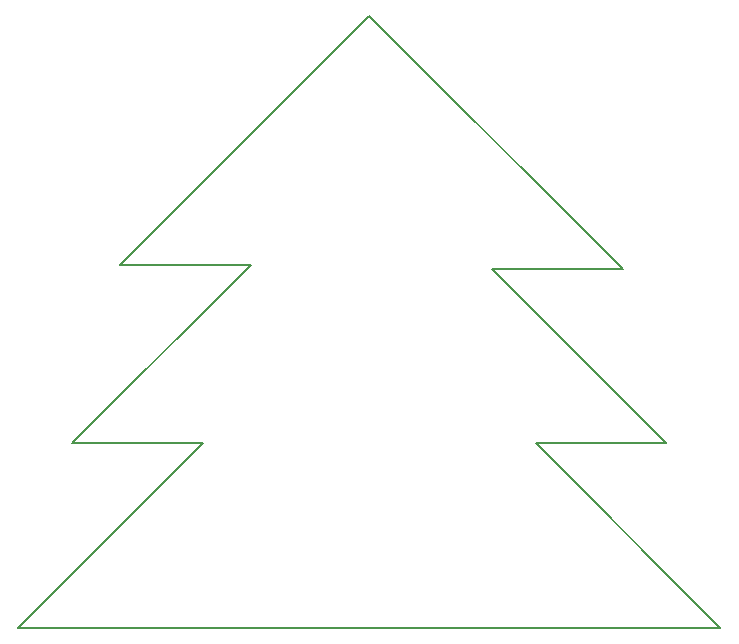
<source format=gm1>
G04 #@! TF.FileFunction,Profile,NP*
%FSLAX46Y46*%
G04 Gerber Fmt 4.6, Leading zero omitted, Abs format (unit mm)*
G04 Created by KiCad (PCBNEW 4.0.0-rc2-stable) date Sat 14 Nov 2015 14:56:29 GMT*
%MOMM*%
G01*
G04 APERTURE LIST*
%ADD10C,0.100000*%
%ADD11C,0.150000*%
G04 APERTURE END LIST*
D10*
D11*
X148336000Y-72898000D02*
X148463000Y-72771000D01*
X139954000Y-81280000D02*
X148336000Y-72898000D01*
X169926000Y-94234000D02*
X148463000Y-72771000D01*
X158877000Y-94234000D02*
X169926000Y-94234000D01*
X173609000Y-108966000D02*
X158877000Y-94234000D01*
X162560000Y-108966000D02*
X173609000Y-108966000D01*
X127381000Y-93853000D02*
X139954000Y-81280000D01*
X138430000Y-93853000D02*
X127381000Y-93853000D01*
X123317000Y-108966000D02*
X138430000Y-93853000D01*
X134366000Y-108966000D02*
X123317000Y-108966000D01*
X118745000Y-124587000D02*
X134366000Y-108966000D01*
X159258000Y-124587000D02*
X118745000Y-124587000D01*
X178181000Y-124587000D02*
X162560000Y-108966000D01*
X159258000Y-124587000D02*
X178181000Y-124587000D01*
M02*

</source>
